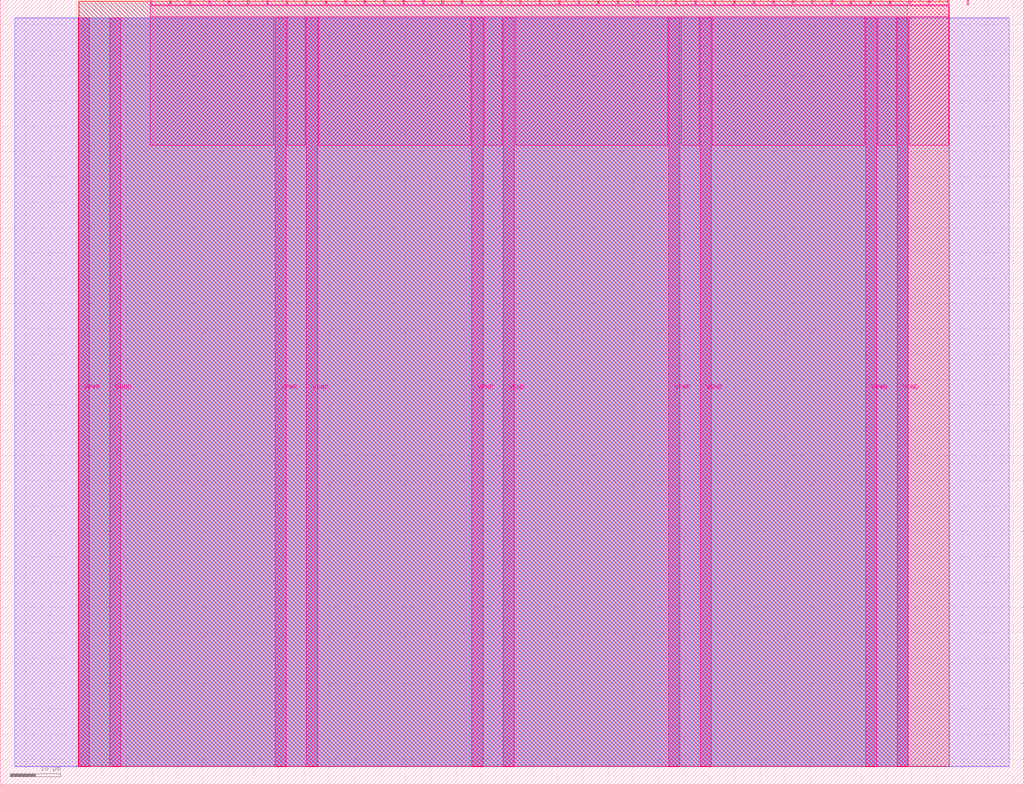
<source format=lef>
VERSION 5.7 ;
  NOWIREEXTENSIONATPIN ON ;
  DIVIDERCHAR "/" ;
  BUSBITCHARS "[]" ;
MACRO tt_um_led_jellyant
  CLASS BLOCK ;
  FOREIGN tt_um_led_jellyant ;
  ORIGIN 0.000 0.000 ;
  SIZE 202.080 BY 154.980 ;
  PIN VGND
    DIRECTION INOUT ;
    USE GROUND ;
    PORT
      LAYER Metal5 ;
        RECT 21.580 3.560 23.780 151.420 ;
    END
    PORT
      LAYER Metal5 ;
        RECT 60.450 3.560 62.650 151.420 ;
    END
    PORT
      LAYER Metal5 ;
        RECT 99.320 3.560 101.520 151.420 ;
    END
    PORT
      LAYER Metal5 ;
        RECT 138.190 3.560 140.390 151.420 ;
    END
    PORT
      LAYER Metal5 ;
        RECT 177.060 3.560 179.260 151.420 ;
    END
  END VGND
  PIN VPWR
    DIRECTION INOUT ;
    USE POWER ;
    PORT
      LAYER Metal5 ;
        RECT 15.380 3.560 17.580 151.420 ;
    END
    PORT
      LAYER Metal5 ;
        RECT 54.250 3.560 56.450 151.420 ;
    END
    PORT
      LAYER Metal5 ;
        RECT 93.120 3.560 95.320 151.420 ;
    END
    PORT
      LAYER Metal5 ;
        RECT 131.990 3.560 134.190 151.420 ;
    END
    PORT
      LAYER Metal5 ;
        RECT 170.860 3.560 173.060 151.420 ;
    END
  END VPWR
  PIN clk
    DIRECTION INPUT ;
    USE SIGNAL ;
    ANTENNAGATEAREA 0.213200 ;
    PORT
      LAYER Metal5 ;
        RECT 187.050 153.980 187.350 154.980 ;
    END
  END clk
  PIN ena
    DIRECTION INPUT ;
    USE SIGNAL ;
    PORT
      LAYER Metal5 ;
        RECT 190.890 153.980 191.190 154.980 ;
    END
  END ena
  PIN rst_n
    DIRECTION INPUT ;
    USE SIGNAL ;
    PORT
      LAYER Metal5 ;
        RECT 183.210 153.980 183.510 154.980 ;
    END
  END rst_n
  PIN ui_in[0]
    DIRECTION INPUT ;
    USE SIGNAL ;
    PORT
      LAYER Metal5 ;
        RECT 179.370 153.980 179.670 154.980 ;
    END
  END ui_in[0]
  PIN ui_in[1]
    DIRECTION INPUT ;
    USE SIGNAL ;
    PORT
      LAYER Metal5 ;
        RECT 175.530 153.980 175.830 154.980 ;
    END
  END ui_in[1]
  PIN ui_in[2]
    DIRECTION INPUT ;
    USE SIGNAL ;
    PORT
      LAYER Metal5 ;
        RECT 171.690 153.980 171.990 154.980 ;
    END
  END ui_in[2]
  PIN ui_in[3]
    DIRECTION INPUT ;
    USE SIGNAL ;
    PORT
      LAYER Metal5 ;
        RECT 167.850 153.980 168.150 154.980 ;
    END
  END ui_in[3]
  PIN ui_in[4]
    DIRECTION INPUT ;
    USE SIGNAL ;
    PORT
      LAYER Metal5 ;
        RECT 164.010 153.980 164.310 154.980 ;
    END
  END ui_in[4]
  PIN ui_in[5]
    DIRECTION INPUT ;
    USE SIGNAL ;
    PORT
      LAYER Metal5 ;
        RECT 160.170 153.980 160.470 154.980 ;
    END
  END ui_in[5]
  PIN ui_in[6]
    DIRECTION INPUT ;
    USE SIGNAL ;
    PORT
      LAYER Metal5 ;
        RECT 156.330 153.980 156.630 154.980 ;
    END
  END ui_in[6]
  PIN ui_in[7]
    DIRECTION INPUT ;
    USE SIGNAL ;
    PORT
      LAYER Metal5 ;
        RECT 152.490 153.980 152.790 154.980 ;
    END
  END ui_in[7]
  PIN uio_in[0]
    DIRECTION INPUT ;
    USE SIGNAL ;
    PORT
      LAYER Metal5 ;
        RECT 148.650 153.980 148.950 154.980 ;
    END
  END uio_in[0]
  PIN uio_in[1]
    DIRECTION INPUT ;
    USE SIGNAL ;
    PORT
      LAYER Metal5 ;
        RECT 144.810 153.980 145.110 154.980 ;
    END
  END uio_in[1]
  PIN uio_in[2]
    DIRECTION INPUT ;
    USE SIGNAL ;
    PORT
      LAYER Metal5 ;
        RECT 140.970 153.980 141.270 154.980 ;
    END
  END uio_in[2]
  PIN uio_in[3]
    DIRECTION INPUT ;
    USE SIGNAL ;
    PORT
      LAYER Metal5 ;
        RECT 137.130 153.980 137.430 154.980 ;
    END
  END uio_in[3]
  PIN uio_in[4]
    DIRECTION INPUT ;
    USE SIGNAL ;
    PORT
      LAYER Metal5 ;
        RECT 133.290 153.980 133.590 154.980 ;
    END
  END uio_in[4]
  PIN uio_in[5]
    DIRECTION INPUT ;
    USE SIGNAL ;
    PORT
      LAYER Metal5 ;
        RECT 129.450 153.980 129.750 154.980 ;
    END
  END uio_in[5]
  PIN uio_in[6]
    DIRECTION INPUT ;
    USE SIGNAL ;
    PORT
      LAYER Metal5 ;
        RECT 125.610 153.980 125.910 154.980 ;
    END
  END uio_in[6]
  PIN uio_in[7]
    DIRECTION INPUT ;
    USE SIGNAL ;
    PORT
      LAYER Metal5 ;
        RECT 121.770 153.980 122.070 154.980 ;
    END
  END uio_in[7]
  PIN uio_oe[0]
    DIRECTION OUTPUT ;
    USE SIGNAL ;
    ANTENNADIFFAREA 0.299200 ;
    PORT
      LAYER Metal5 ;
        RECT 56.490 153.980 56.790 154.980 ;
    END
  END uio_oe[0]
  PIN uio_oe[1]
    DIRECTION OUTPUT ;
    USE SIGNAL ;
    ANTENNADIFFAREA 0.299200 ;
    PORT
      LAYER Metal5 ;
        RECT 52.650 153.980 52.950 154.980 ;
    END
  END uio_oe[1]
  PIN uio_oe[2]
    DIRECTION OUTPUT ;
    USE SIGNAL ;
    ANTENNADIFFAREA 0.299200 ;
    PORT
      LAYER Metal5 ;
        RECT 48.810 153.980 49.110 154.980 ;
    END
  END uio_oe[2]
  PIN uio_oe[3]
    DIRECTION OUTPUT ;
    USE SIGNAL ;
    ANTENNADIFFAREA 0.299200 ;
    PORT
      LAYER Metal5 ;
        RECT 44.970 153.980 45.270 154.980 ;
    END
  END uio_oe[3]
  PIN uio_oe[4]
    DIRECTION OUTPUT ;
    USE SIGNAL ;
    ANTENNADIFFAREA 0.299200 ;
    PORT
      LAYER Metal5 ;
        RECT 41.130 153.980 41.430 154.980 ;
    END
  END uio_oe[4]
  PIN uio_oe[5]
    DIRECTION OUTPUT ;
    USE SIGNAL ;
    ANTENNADIFFAREA 0.299200 ;
    PORT
      LAYER Metal5 ;
        RECT 37.290 153.980 37.590 154.980 ;
    END
  END uio_oe[5]
  PIN uio_oe[6]
    DIRECTION OUTPUT ;
    USE SIGNAL ;
    ANTENNADIFFAREA 0.299200 ;
    PORT
      LAYER Metal5 ;
        RECT 33.450 153.980 33.750 154.980 ;
    END
  END uio_oe[6]
  PIN uio_oe[7]
    DIRECTION OUTPUT ;
    USE SIGNAL ;
    ANTENNADIFFAREA 0.299200 ;
    PORT
      LAYER Metal5 ;
        RECT 29.610 153.980 29.910 154.980 ;
    END
  END uio_oe[7]
  PIN uio_out[0]
    DIRECTION OUTPUT ;
    USE SIGNAL ;
    ANTENNADIFFAREA 0.299200 ;
    PORT
      LAYER Metal5 ;
        RECT 87.210 153.980 87.510 154.980 ;
    END
  END uio_out[0]
  PIN uio_out[1]
    DIRECTION OUTPUT ;
    USE SIGNAL ;
    ANTENNADIFFAREA 0.299200 ;
    PORT
      LAYER Metal5 ;
        RECT 83.370 153.980 83.670 154.980 ;
    END
  END uio_out[1]
  PIN uio_out[2]
    DIRECTION OUTPUT ;
    USE SIGNAL ;
    ANTENNADIFFAREA 0.299200 ;
    PORT
      LAYER Metal5 ;
        RECT 79.530 153.980 79.830 154.980 ;
    END
  END uio_out[2]
  PIN uio_out[3]
    DIRECTION OUTPUT ;
    USE SIGNAL ;
    ANTENNADIFFAREA 0.299200 ;
    PORT
      LAYER Metal5 ;
        RECT 75.690 153.980 75.990 154.980 ;
    END
  END uio_out[3]
  PIN uio_out[4]
    DIRECTION OUTPUT ;
    USE SIGNAL ;
    ANTENNADIFFAREA 0.299200 ;
    PORT
      LAYER Metal5 ;
        RECT 71.850 153.980 72.150 154.980 ;
    END
  END uio_out[4]
  PIN uio_out[5]
    DIRECTION OUTPUT ;
    USE SIGNAL ;
    ANTENNADIFFAREA 0.299200 ;
    PORT
      LAYER Metal5 ;
        RECT 68.010 153.980 68.310 154.980 ;
    END
  END uio_out[5]
  PIN uio_out[6]
    DIRECTION OUTPUT ;
    USE SIGNAL ;
    ANTENNADIFFAREA 0.299200 ;
    PORT
      LAYER Metal5 ;
        RECT 64.170 153.980 64.470 154.980 ;
    END
  END uio_out[6]
  PIN uio_out[7]
    DIRECTION OUTPUT ;
    USE SIGNAL ;
    ANTENNADIFFAREA 0.299200 ;
    PORT
      LAYER Metal5 ;
        RECT 60.330 153.980 60.630 154.980 ;
    END
  END uio_out[7]
  PIN uo_out[0]
    DIRECTION OUTPUT ;
    USE SIGNAL ;
    ANTENNAGATEAREA 0.543400 ;
    ANTENNADIFFAREA 0.632400 ;
    PORT
      LAYER Metal5 ;
        RECT 117.930 153.980 118.230 154.980 ;
    END
  END uo_out[0]
  PIN uo_out[1]
    DIRECTION OUTPUT ;
    USE SIGNAL ;
    ANTENNAGATEAREA 0.877500 ;
    ANTENNADIFFAREA 0.632400 ;
    PORT
      LAYER Metal5 ;
        RECT 114.090 153.980 114.390 154.980 ;
    END
  END uo_out[1]
  PIN uo_out[2]
    DIRECTION OUTPUT ;
    USE SIGNAL ;
    ANTENNAGATEAREA 0.109200 ;
    ANTENNADIFFAREA 0.632400 ;
    PORT
      LAYER Metal5 ;
        RECT 110.250 153.980 110.550 154.980 ;
    END
  END uo_out[2]
  PIN uo_out[3]
    DIRECTION OUTPUT ;
    USE SIGNAL ;
    ANTENNAGATEAREA 0.543400 ;
    ANTENNADIFFAREA 0.632400 ;
    PORT
      LAYER Metal5 ;
        RECT 106.410 153.980 106.710 154.980 ;
    END
  END uo_out[3]
  PIN uo_out[4]
    DIRECTION OUTPUT ;
    USE SIGNAL ;
    ANTENNAGATEAREA 0.109200 ;
    ANTENNADIFFAREA 0.632400 ;
    PORT
      LAYER Metal5 ;
        RECT 102.570 153.980 102.870 154.980 ;
    END
  END uo_out[4]
  PIN uo_out[5]
    DIRECTION OUTPUT ;
    USE SIGNAL ;
    ANTENNAGATEAREA 0.351000 ;
    ANTENNADIFFAREA 0.632400 ;
    PORT
      LAYER Metal5 ;
        RECT 98.730 153.980 99.030 154.980 ;
    END
  END uo_out[5]
  PIN uo_out[6]
    DIRECTION OUTPUT ;
    USE SIGNAL ;
    ANTENNAGATEAREA 0.351000 ;
    ANTENNADIFFAREA 0.632400 ;
    PORT
      LAYER Metal5 ;
        RECT 94.890 153.980 95.190 154.980 ;
    END
  END uo_out[6]
  PIN uo_out[7]
    DIRECTION OUTPUT ;
    USE SIGNAL ;
    ANTENNAGATEAREA 0.109200 ;
    ANTENNADIFFAREA 0.632400 ;
    PORT
      LAYER Metal5 ;
        RECT 91.050 153.980 91.350 154.980 ;
    END
  END uo_out[7]
  OBS
      LAYER GatPoly ;
        RECT 2.880 3.630 199.200 151.350 ;
      LAYER Metal1 ;
        RECT 2.880 3.560 199.200 151.420 ;
      LAYER Metal2 ;
        RECT 15.515 3.680 179.125 151.300 ;
      LAYER Metal3 ;
        RECT 15.560 3.635 179.080 154.705 ;
      LAYER Metal4 ;
        RECT 15.515 3.680 187.345 154.660 ;
      LAYER Metal5 ;
        RECT 30.120 153.770 33.240 153.980 ;
        RECT 33.960 153.770 37.080 153.980 ;
        RECT 37.800 153.770 40.920 153.980 ;
        RECT 41.640 153.770 44.760 153.980 ;
        RECT 45.480 153.770 48.600 153.980 ;
        RECT 49.320 153.770 52.440 153.980 ;
        RECT 53.160 153.770 56.280 153.980 ;
        RECT 57.000 153.770 60.120 153.980 ;
        RECT 60.840 153.770 63.960 153.980 ;
        RECT 64.680 153.770 67.800 153.980 ;
        RECT 68.520 153.770 71.640 153.980 ;
        RECT 72.360 153.770 75.480 153.980 ;
        RECT 76.200 153.770 79.320 153.980 ;
        RECT 80.040 153.770 83.160 153.980 ;
        RECT 83.880 153.770 87.000 153.980 ;
        RECT 87.720 153.770 90.840 153.980 ;
        RECT 91.560 153.770 94.680 153.980 ;
        RECT 95.400 153.770 98.520 153.980 ;
        RECT 99.240 153.770 102.360 153.980 ;
        RECT 103.080 153.770 106.200 153.980 ;
        RECT 106.920 153.770 110.040 153.980 ;
        RECT 110.760 153.770 113.880 153.980 ;
        RECT 114.600 153.770 117.720 153.980 ;
        RECT 118.440 153.770 121.560 153.980 ;
        RECT 122.280 153.770 125.400 153.980 ;
        RECT 126.120 153.770 129.240 153.980 ;
        RECT 129.960 153.770 133.080 153.980 ;
        RECT 133.800 153.770 136.920 153.980 ;
        RECT 137.640 153.770 140.760 153.980 ;
        RECT 141.480 153.770 144.600 153.980 ;
        RECT 145.320 153.770 148.440 153.980 ;
        RECT 149.160 153.770 152.280 153.980 ;
        RECT 153.000 153.770 156.120 153.980 ;
        RECT 156.840 153.770 159.960 153.980 ;
        RECT 160.680 153.770 163.800 153.980 ;
        RECT 164.520 153.770 167.640 153.980 ;
        RECT 168.360 153.770 171.480 153.980 ;
        RECT 172.200 153.770 175.320 153.980 ;
        RECT 176.040 153.770 179.160 153.980 ;
        RECT 179.880 153.770 183.000 153.980 ;
        RECT 183.720 153.770 186.840 153.980 ;
        RECT 29.660 151.630 187.300 153.770 ;
        RECT 29.660 126.275 54.040 151.630 ;
        RECT 56.660 126.275 60.240 151.630 ;
        RECT 62.860 126.275 92.910 151.630 ;
        RECT 95.530 126.275 99.110 151.630 ;
        RECT 101.730 126.275 131.780 151.630 ;
        RECT 134.400 126.275 137.980 151.630 ;
        RECT 140.600 126.275 170.650 151.630 ;
        RECT 173.270 126.275 176.850 151.630 ;
        RECT 179.470 126.275 187.300 151.630 ;
  END
END tt_um_led_jellyant
END LIBRARY


</source>
